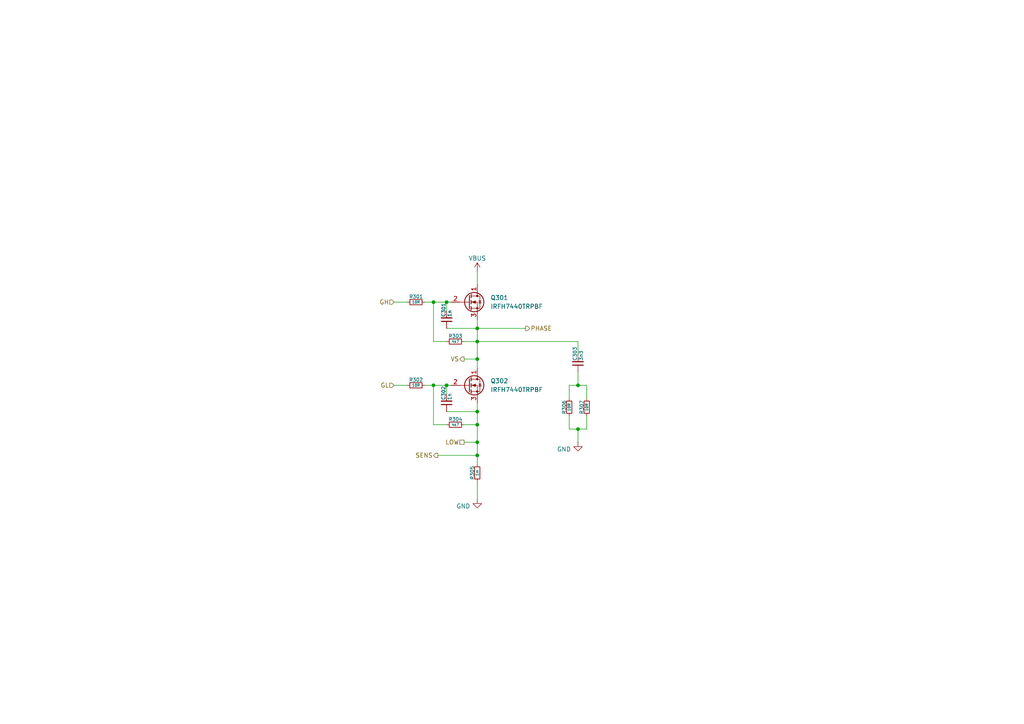
<source format=kicad_sch>
(kicad_sch (version 20250114) (generator "eeschema") (generator_version "9.0")
  (paper "A4")
  (lib_symbols
    (symbol "Bluesat:C_CompactV" (pin_numbers (hide yes)) (pin_names (offset 0.254) (hide yes))
      (property "Reference" "C" (at -0.889 0.762 90))
      (property "Value" "C_CompactV" (at 0.889 0.762 90))
      (symbol "C_CompactV_0_1"
        (polyline (pts (xy 1.524 0.508) (xy -1.524 0.508)) (stroke (width 0.3302)))
        (polyline (pts (xy 1.524 -0.508) (xy -1.524 -0.508)) (stroke (width 0.3048)))
      )
      (symbol "C_CompactV_1_1"
        (pin passive line (at 0 2.54 270) (length 2.032) (name "~") (number "2"))
        (pin passive line (at 0 -2.54 90) (length 2.032) (name "~") (number "1"))
      )
    )
    (symbol "Bluesat:R_CompactH" (pin_numbers (hide yes)) (pin_names (offset 0.254) (hide yes))
      (property "Reference" "R" (at 1.8415 0.1905 0))
      (property "Value" "R_CompactH" (at 0 0 0))
      (symbol "R_CompactH_0_1"
        (rectangle (start -1.778 -0.762) (end 1.778 0.762) (stroke (width 0.2032)))
      )
      (symbol "R_CompactH_1_1"
        (pin passive line (at -2.54 0 0) (length 0.762) (name "~") (number "1"))
        (pin passive line (at 2.54 0 180) (length 0.762) (name "~") (number "2"))
      )
    )
    (symbol "Bluesat:R_CompactV" (pin_numbers (hide yes)) (pin_names (offset 0.254) (hide yes))
      (property "Reference" "R" (at -0.889 0 90))
      (property "Value" "R_CompactV" (at 0 0 90))
      (symbol "R_CompactV_0_1"
        (rectangle (start -0.762 1.778) (end 0.762 -1.778) (stroke (width 0.2032)))
      )
      (symbol "R_CompactV_1_1"
        (pin passive line (at 0 2.54 270) (length 0.762) (name "~") (number "1"))
        (pin passive line (at 0 -2.54 90) (length 0.762) (name "~") (number "2"))
      )
    )
    (symbol "Transistor_FET:Q_NMOS_DGS" (pin_names (offset 0) (hide yes))
      (property "Reference" "Q" (at 5.08 1.905 0))
      (property "Value" "Q_NMOS_DGS" (at 5.08 0 0))
      (symbol "Q_NMOS_DGS_0_1"
        (polyline (pts (xy 0.254 1.905) (xy 0.254 -1.905)) (stroke (width 0.254)))
        (polyline (pts (xy 0.254 0) (xy -2.54 0)))
        (polyline (pts (xy 0.762 2.286) (xy 0.762 1.27)) (stroke (width 0.254)))
        (polyline (pts (xy 0.762 0.508) (xy 0.762 -0.508)) (stroke (width 0.254)))
        (polyline (pts (xy 0.762 -1.27) (xy 0.762 -2.286)) (stroke (width 0.254)))
        (polyline (pts (xy 0.762 -1.778) (xy 3.302 -1.778) (xy 3.302 1.778) (xy 0.762 1.778)))
        (polyline (pts (xy 1.016 0) (xy 2.032 0.381) (xy 2.032 -0.381) (xy 1.016 0)) (fill (type outline)))
        (circle (center 1.651 0) (radius 2.794) (stroke (width 0.254)))
        (polyline (pts (xy 2.54 2.54) (xy 2.54 1.778)))
        (circle (center 2.54 1.778) (radius 0.254) (fill (type outline)))
        (circle (center 2.54 -1.778) (radius 0.254) (fill (type outline)))
        (polyline (pts (xy 2.54 -2.54) (xy 2.54 0) (xy 0.762 0)))
        (polyline (pts (xy 2.921 0.381) (xy 3.683 0.381)))
        (polyline (pts (xy 3.302 0.381) (xy 2.921 -0.254) (xy 3.683 -0.254) (xy 3.302 0.381)))
      )
      (symbol "Q_NMOS_DGS_1_1"
        (pin input line (at -5.08 0 0) (length 2.54) (name "G") (number "2"))
        (pin passive line (at 2.54 5.08 270) (length 2.54) (name "D") (number "1"))
        (pin passive line (at 2.54 -5.08 90) (length 2.54) (name "S") (number "3"))
      )
    )
    (symbol "power:GND" (power) (pin_numbers (hide yes)) (pin_names (offset 0) (hide yes))
      (property "Value" "GND" (at 0 -3.81 0))
      (symbol "GND_0_1"
        (polyline (pts (xy 0 0) (xy 0 -1.27) (xy 1.27 -1.27) (xy 0 -2.54) (xy -1.27 -1.27) (xy 0 -1.27)))
      )
      (symbol "GND_1_1"
        (pin power_in line (at 0 0 270) (length 0) (name "~") (number "1"))
      )
    )
    (symbol "power:VBUS" (power) (pin_numbers (hide yes)) (pin_names (offset 0) (hide yes))
      (property "Value" "VBUS" (at 0 3.556 0))
      (symbol "VBUS_0_1"
        (polyline (pts (xy -0.762 1.27) (xy 0 2.54)))
        (polyline (pts (xy 0 2.54) (xy 0.762 1.27)))
        (polyline (pts (xy 0 0) (xy 0 2.54)))
      )
      (symbol "VBUS_1_1"
        (pin power_in line (at 0 0 90) (length 0) (name "~") (number "1"))
      )
    )
  )
  (junction (at 167.64 111.76))
  (junction (at 138.43 132.08))
  (junction (at 138.43 99.06))
  (junction (at 138.43 104.14))
  (junction (at 167.64 124.46))
  (junction (at 138.43 123.19))
  (junction (at 125.73 111.76))
  (junction (at 125.73 87.63))
  (junction (at 129.54 87.63))
  (junction (at 138.43 128.27))
  (junction (at 138.43 95.25))
  (junction (at 138.43 119.38))
  (junction (at 129.54 111.76))
  (wire (pts (xy 129.54 111.76) (xy 130.81 111.76)))
  (wire (pts (xy 134.62 128.27) (xy 138.43 128.27)))
  (wire (pts (xy 138.43 99.06) (xy 134.62 99.06)))
  (wire (pts (xy 125.73 99.06) (xy 129.54 99.06)))
  (wire (pts (xy 138.43 123.19) (xy 134.62 123.19)))
  (wire (pts (xy 127 132.08) (xy 138.43 132.08)))
  (wire (pts (xy 123.19 87.63) (xy 125.73 87.63)))
  (wire (pts (xy 167.64 111.76) (xy 167.64 107.95)))
  (wire (pts (xy 138.43 128.27) (xy 138.43 132.08)))
  (wire (pts (xy 138.43 95.25) (xy 152.4 95.25)))
  (wire (pts (xy 114.3 87.63) (xy 118.11 87.63)))
  (wire (pts (xy 167.64 111.76) (xy 165.1 111.76)))
  (wire (pts (xy 138.43 78.74) (xy 138.43 82.55)))
  (wire (pts (xy 138.43 139.7) (xy 138.43 144.78)))
  (wire (pts (xy 138.43 99.06) (xy 138.43 104.14)))
  (wire (pts (xy 129.54 95.25) (xy 138.43 95.25)))
  (wire (pts (xy 167.64 111.76) (xy 170.18 111.76)))
  (wire (pts (xy 129.54 87.63) (xy 129.54 90.17)))
  (wire (pts (xy 125.73 111.76) (xy 125.73 123.19)))
  (wire (pts (xy 165.1 124.46) (xy 167.64 124.46)))
  (wire (pts (xy 114.3 111.76) (xy 118.11 111.76)))
  (wire (pts (xy 170.18 124.46) (xy 170.18 120.65)))
  (wire (pts (xy 165.1 111.76) (xy 165.1 115.57)))
  (wire (pts (xy 129.54 119.38) (xy 138.43 119.38)))
  (wire (pts (xy 138.43 123.19) (xy 138.43 128.27)))
  (wire (pts (xy 134.62 104.14) (xy 138.43 104.14)))
  (wire (pts (xy 129.54 87.63) (xy 130.81 87.63)))
  (wire (pts (xy 167.64 99.06) (xy 167.64 102.87)))
  (wire (pts (xy 125.73 87.63) (xy 129.54 87.63)))
  (wire (pts (xy 125.73 87.63) (xy 125.73 99.06)))
  (wire (pts (xy 129.54 111.76) (xy 129.54 114.3)))
  (wire (pts (xy 125.73 111.76) (xy 129.54 111.76)))
  (wire (pts (xy 138.43 99.06) (xy 167.64 99.06)))
  (wire (pts (xy 138.43 92.71) (xy 138.43 95.25)))
  (wire (pts (xy 138.43 104.14) (xy 138.43 106.68)))
  (wire (pts (xy 138.43 132.08) (xy 138.43 134.62)))
  (wire (pts (xy 125.73 123.19) (xy 129.54 123.19)))
  (wire (pts (xy 138.43 119.38) (xy 138.43 123.19)))
  (wire (pts (xy 170.18 111.76) (xy 170.18 115.57)))
  (wire (pts (xy 167.64 124.46) (xy 170.18 124.46)))
  (wire (pts (xy 123.19 111.76) (xy 125.73 111.76)))
  (wire (pts (xy 138.43 95.25) (xy 138.43 99.06)))
  (wire (pts (xy 165.1 120.65) (xy 165.1 124.46)))
  (wire (pts (xy 167.64 124.46) (xy 167.64 128.27)))
  (wire (pts (xy 138.43 116.84) (xy 138.43 119.38)))
  (hierarchical_label "LOW" (shape passive) (at 134.62 128.27 180))
  (hierarchical_label "SENS" (shape output) (at 127 132.08 180))
  (hierarchical_label "VS" (shape output) (at 134.62 104.14 180))
  (hierarchical_label "GL" (shape input) (at 114.3 111.76 180))
  (hierarchical_label "PHASE" (shape output) (at 152.4 95.25 0))
  (hierarchical_label "GH" (shape input) (at 114.3 87.63 180))
  (symbol (lib_id "power:GND") (at 138.43 144.78 0) (unit 1)
    (property "Reference" "#PWR0301" (effects (hide yes)))
    (property "Value" "GND" (at 134.366 146.812 0))
    (property "Description" "Power symbol creates a global label with name \"GND\" , ground" (effects (hide yes)))
    (instances (project "" (path "" (reference "#PWR0301") (unit 1)) (path "" (reference "#PWR0401") (unit 1)) (path "" (reference "#PWR0501") (unit 1))))
  )
  (symbol (lib_id "Bluesat:C_CompactV") (at 129.54 92.71 0) (unit 1)
    (property "Reference" "C301" (at 128.651 91.948 90) (effects (font (size 1.016 1.016)) (justify left)))
    (property "Value" "1n" (at 130.429 91.948 90) (effects (font (size 1.016 1.016)) (justify left)))
    (property "Footprint" "Capacitor_SMD:C_0402_1005Metric" (effects (hide yes)))
    (property "Description" "Unpolarized capacitor, compact symbol" (effects (hide yes)))
    (instances (project "vesc2" (path "" (reference "C301") (unit 1)) (path "" (reference "C401") (unit 1)) (path "" (reference "C501") (unit 1))))
  )
  (symbol (lib_id "Transistor_FET:Q_NMOS_DGS") (at 135.89 87.63 0) (unit 1)
    (property "Reference" "Q301" (at 142.24 86.3599 0) (effects (justify left)))
    (property "Value" "IRFH7440TRPBF" (at 142.24 88.8999 0) (effects (justify left)))
    (property "Footprint" "Bluesat:PQFN_5x6mm_E_DGS" (effects (hide yes)))
    (property "Description" "N-MOSFET transistor, drain/gate/source" (effects (hide yes)))
    (instances (project "vesc2" (path "" (reference "Q301") (unit 1)) (path "" (reference "Q401") (unit 1)) (path "" (reference "Q501") (unit 1))))
  )
  (symbol (lib_id "Bluesat:R_CompactH") (at 132.08 99.06 0) (unit 1)
    (property "Reference" "R303" (at 130.048 98.044 0) (effects (font (size 1.016 1.016)) (justify left bottom)))
    (property "Value" "4k7" (at 132.08 99.06 0) (effects (font (size 0.762 0.762))))
    (property "Footprint" "Resistor_SMD:R_0402_1005Metric" (effects (hide yes)))
    (property "Description" "Resistor, compact symbol" (effects (hide yes)))
    (instances (project "vesc2" (path "" (reference "R303") (unit 1)) (path "" (reference "R403") (unit 1)) (path "" (reference "R503") (unit 1))))
  )
  (symbol (lib_id "Bluesat:R_CompactH") (at 120.65 87.63 0) (unit 1)
    (property "Reference" "R301" (at 118.618 86.614 0) (effects (font (size 1.016 1.016)) (justify left bottom)))
    (property "Value" "10R" (at 120.65 87.63 0) (effects (font (size 0.762 0.762))))
    (property "Footprint" "Resistor_SMD:R_0402_1005Metric" (effects (hide yes)))
    (property "Description" "Resistor, compact symbol" (effects (hide yes)))
    (instances (project "vesc2" (path "" (reference "R301") (unit 1)) (path "" (reference "R401") (unit 1)) (path "" (reference "R501") (unit 1))))
  )
  (symbol (lib_id "Bluesat:R_CompactH") (at 132.08 123.19 0) (unit 1)
    (property "Reference" "R304" (at 130.048 122.174 0) (effects (font (size 1.016 1.016)) (justify left bottom)))
    (property "Value" "4k7" (at 132.08 123.19 0) (effects (font (size 0.762 0.762))))
    (property "Footprint" "Resistor_SMD:R_0402_1005Metric" (effects (hide yes)))
    (property "Description" "Resistor, compact symbol" (effects (hide yes)))
    (instances (project "vesc2" (path "" (reference "R304") (unit 1)) (path "" (reference "R404") (unit 1)) (path "" (reference "R504") (unit 1))))
  )
  (symbol (lib_id "Bluesat:R_CompactH") (at 120.65 111.76 0) (unit 1)
    (property "Reference" "R302" (at 118.618 110.744 0) (effects (font (size 1.016 1.016)) (justify left bottom)))
    (property "Value" "10R" (at 120.65 111.76 0) (effects (font (size 0.762 0.762))))
    (property "Footprint" "Resistor_SMD:R_0402_1005Metric" (effects (hide yes)))
    (property "Description" "Resistor, compact symbol" (effects (hide yes)))
    (instances (project "vesc2" (path "" (reference "R302") (unit 1)) (path "" (reference "R402") (unit 1)) (path "" (reference "R502") (unit 1))))
  )
  (symbol (lib_id "Bluesat:C_CompactV") (at 129.54 116.84 0) (unit 1)
    (property "Reference" "C302" (at 128.651 116.078 90) (effects (font (size 1.016 1.016)) (justify left)))
    (property "Value" "1n" (at 130.429 116.078 90) (effects (font (size 1.016 1.016)) (justify left)))
    (property "Footprint" "Capacitor_SMD:C_0402_1005Metric" (effects (hide yes)))
    (property "Description" "Unpolarized capacitor, compact symbol" (effects (hide yes)))
    (instances (project "vesc2" (path "" (reference "C302") (unit 1)) (path "" (reference "C402") (unit 1)) (path "" (reference "C502") (unit 1))))
  )
  (symbol (lib_id "Transistor_FET:Q_NMOS_DGS") (at 135.89 111.76 0) (unit 1)
    (property "Reference" "Q302" (at 142.24 110.4899 0) (effects (justify left)))
    (property "Value" "IRFH7440TRPBF" (at 142.24 113.0299 0) (effects (justify left)))
    (property "Footprint" "Bluesat:PQFN_5x6mm_E_DGS" (effects (hide yes)))
    (property "Description" "N-MOSFET transistor, drain/gate/source" (effects (hide yes)))
    (instances (project "vesc2" (path "" (reference "Q302") (unit 1)) (path "" (reference "Q402") (unit 1)) (path "" (reference "Q502") (unit 1))))
  )
  (symbol (lib_id "power:GND") (at 167.64 128.27 0) (unit 1)
    (property "Reference" "#PWR0302" (effects (hide yes)))
    (property "Value" "GND" (at 163.576 130.302 0))
    (property "Description" "Power symbol creates a global label with name \"GND\" , ground" (effects (hide yes)))
    (instances (project "vesc2" (path "" (reference "#PWR0302") (unit 1)) (path "" (reference "#PWR0402") (unit 1)) (path "" (reference "#PWR0502") (unit 1))))
  )
  (symbol (lib_id "Bluesat:C_CompactV") (at 167.64 105.41 0) (unit 1)
    (property "Reference" "C303" (at 166.751 104.648 90) (effects (font (size 1.016 1.016)) (justify left)))
    (property "Value" "3n3" (at 168.529 104.648 90) (effects (font (size 1.016 1.016)) (justify left)))
    (property "Footprint" "Capacitor_SMD:C_0402_1005Metric" (effects (hide yes)))
    (property "Description" "Unpolarized capacitor, compact symbol" (effects (hide yes)))
    (instances (project "vesc2" (path "" (reference "C303") (unit 1)) (path "" (reference "C403") (unit 1)) (path "" (reference "C503") (unit 1))))
  )
  (symbol (lib_id "Bluesat:R_CompactV") (at 165.1 118.11 0) (unit 1)
    (property "Reference" "R306" (at 164.211 118.11 90) (effects (font (size 1.016 1.016)) (justify bottom)))
    (property "Value" "10R" (at 165.1 118.11 90) (effects (font (size 0.762 0.762))))
    (property "Footprint" "Resistor_SMD:R_0402_1005Metric" (effects (hide yes)))
    (property "Description" "Resistor, compact symbol" (effects (hide yes)))
    (instances (project "vesc2" (path "" (reference "R306") (unit 1)) (path "" (reference "R406") (unit 1)) (path "" (reference "R506") (unit 1))))
  )
  (symbol (lib_id "power:VBUS") (at 138.43 78.74 0) (unit 1)
    (property "Reference" "#PWR0303" (effects (hide yes)))
    (property "Value" "VBUS" (at 138.43 74.93 0))
    (property "Description" "Power symbol creates a global label with name \"VBUS\"" (effects (hide yes)))
    (instances (project "vesc2" (path "" (reference "#PWR0303") (unit 1)) (path "" (reference "#PWR0403") (unit 1)) (path "" (reference "#PWR0503") (unit 1))))
  )
  (symbol (lib_id "Bluesat:R_CompactV") (at 170.18 118.11 0) (unit 1)
    (property "Reference" "R307" (at 169.291 118.11 90) (effects (font (size 1.016 1.016)) (justify bottom)))
    (property "Value" "10R" (at 170.18 118.11 90) (effects (font (size 0.762 0.762))))
    (property "Footprint" "Resistor_SMD:R_0402_1005Metric" (effects (hide yes)))
    (property "Description" "Resistor, compact symbol" (effects (hide yes)))
    (instances (project "vesc2" (path "" (reference "R307") (unit 1)) (path "" (reference "R407") (unit 1)) (path "" (reference "R507") (unit 1))))
  )
  (symbol (lib_id "Bluesat:R_CompactV") (at 138.43 137.16 0) (unit 1)
    (property "Reference" "R305" (at 137.541 137.16 90) (effects (font (size 1.016 1.016)) (justify bottom)))
    (property "Value" "1m" (at 138.43 137.16 90) (effects (font (size 0.762 0.762))))
    (property "Footprint" "Resistor_SMD:R_2512_6332Metric" (effects (hide yes)))
    (property "Description" "Resistor, compact symbol" (effects (hide yes)))
    (instances (project "vesc2" (path "" (reference "R305") (unit 1)) (path "" (reference "R405") (unit 1)) (path "" (reference "R505") (unit 1))))
  )
)
</source>
